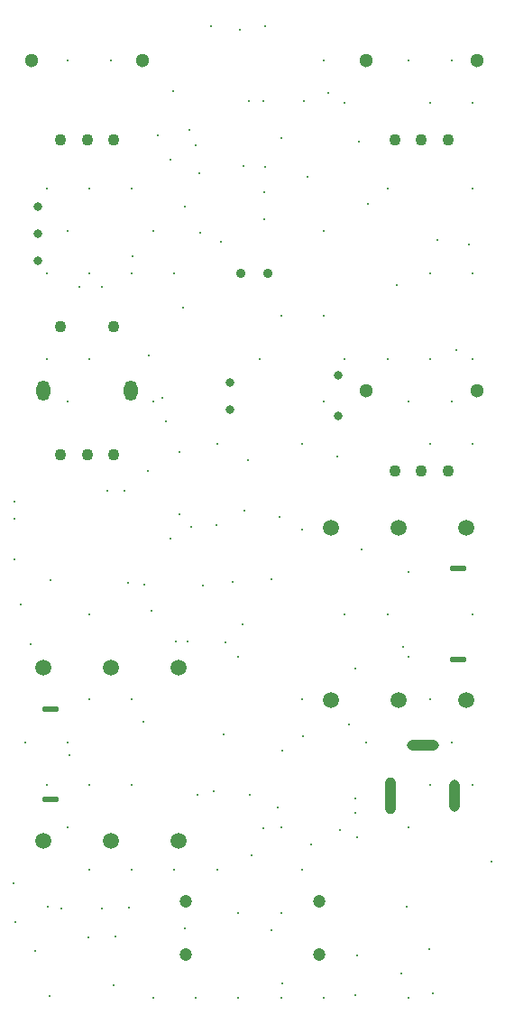
<source format=gbr>
%TF.GenerationSoftware,Altium Limited,Altium Designer,23.1.1 (15)*%
G04 Layer_Color=0*
%FSLAX26Y26*%
%MOIN*%
%TF.SameCoordinates,CF7A6AEE-9E07-4C1C-9DF4-B320C76D0393*%
%TF.FilePolarity,Positive*%
%TF.FileFunction,Plated,1,4,PTH,Drill*%
%TF.Part,Single*%
G01*
G75*
%TA.AperFunction,ComponentDrill*%
%ADD108C,0.043307*%
%ADD109O,0.051181X0.074803*%
%ADD110C,0.043307*%
%ADD111C,0.051181*%
%ADD112C,0.047244*%
%ADD113C,0.032000*%
%ADD114C,0.035000*%
%ADD115C,0.059055*%
%ADD116O,0.062992X0.019685*%
%ADD117O,0.039370X0.137795*%
%ADD118O,0.118110X0.039370*%
%ADD119O,0.039370X0.118110*%
%ADD120C,0.032000*%
%TA.AperFunction,ViaDrill,NotFilled*%
%ADD121C,0.011811*%
D108*
X366142Y2559055D02*
D03*
X169291D02*
D03*
D109*
X106299Y2322846D02*
D03*
X429134D02*
D03*
D110*
X366155Y2086614D02*
D03*
X267716D02*
D03*
X169304D02*
D03*
Y3248043D02*
D03*
X267729D02*
D03*
X366155D02*
D03*
X1405525D02*
D03*
X1503950D02*
D03*
X1602375D02*
D03*
Y2027571D02*
D03*
X1503950D02*
D03*
X1405525D02*
D03*
D111*
X472454Y3543319D02*
D03*
X63005D02*
D03*
X1708674D02*
D03*
X1299225D02*
D03*
Y2322846D02*
D03*
X1708674D02*
D03*
D112*
X631890Y437008D02*
D03*
Y240157D02*
D03*
X1124016D02*
D03*
Y437008D02*
D03*
D113*
X796063Y2253150D02*
D03*
Y2353150D02*
D03*
X1196063Y2378150D02*
D03*
Y2228150D02*
D03*
D114*
X935827Y2755905D02*
D03*
X835827D02*
D03*
D115*
X1167323Y1178543D02*
D03*
X1667323D02*
D03*
X1417323D02*
D03*
Y1817520D02*
D03*
X1667323D02*
D03*
X1167323D02*
D03*
X604331Y1299803D02*
D03*
X104331D02*
D03*
X354331D02*
D03*
Y660827D02*
D03*
X104331D02*
D03*
X604331D02*
D03*
D116*
X1637795Y1665354D02*
D03*
Y1330709D02*
D03*
X133858Y812992D02*
D03*
Y1147638D02*
D03*
D117*
X1389764Y826772D02*
D03*
D118*
X1507874Y1011811D02*
D03*
D119*
X1625984Y826772D02*
D03*
D120*
X86614Y2801575D02*
D03*
Y2901575D02*
D03*
Y3001575D02*
D03*
D121*
X1535433Y2440945D02*
D03*
X1614173Y2283464D02*
D03*
X984252Y708661D02*
D03*
X275590Y3070866D02*
D03*
X1220472Y1496063D02*
D03*
X1692913Y2125984D02*
D03*
X748031Y551181D02*
D03*
X118110Y866141D02*
D03*
X1456693Y1653543D02*
D03*
X1692913Y3070866D02*
D03*
X1264112Y673561D02*
D03*
X1535433Y2125984D02*
D03*
X1377952Y1496063D02*
D03*
X1456693Y1338582D02*
D03*
X1062992Y1811023D02*
D03*
X590551Y2755905D02*
D03*
X1692913Y1496063D02*
D03*
X984252Y2598425D02*
D03*
X1220472Y2440945D02*
D03*
X354330Y3543307D02*
D03*
X826771Y78740D02*
D03*
X196850Y2913385D02*
D03*
Y1023622D02*
D03*
X984252Y393701D02*
D03*
X826771D02*
D03*
X118110Y2440945D02*
D03*
X39370Y1023622D02*
D03*
X1141732Y2283464D02*
D03*
X1456693Y3543307D02*
D03*
X118110Y3070866D02*
D03*
X1456693Y2283464D02*
D03*
X1535433Y2755905D02*
D03*
X1141732Y2598425D02*
D03*
X196850Y708661D02*
D03*
X1141732Y78740D02*
D03*
X1062992Y2125984D02*
D03*
X433071Y866141D02*
D03*
X1377952Y2440945D02*
D03*
X433071Y3070866D02*
D03*
Y551181D02*
D03*
X511811Y78740D02*
D03*
X1456693D02*
D03*
X275590Y2755905D02*
D03*
X984252Y78740D02*
D03*
X1141732Y3543307D02*
D03*
X196850Y2283464D02*
D03*
X275590Y1496063D02*
D03*
X1535433Y1181102D02*
D03*
X511811Y2283464D02*
D03*
X1220472Y3385826D02*
D03*
X1062992Y551181D02*
D03*
X905511Y2440945D02*
D03*
X748031Y2125984D02*
D03*
X118110Y2755905D02*
D03*
X1456693Y708661D02*
D03*
X669291Y78740D02*
D03*
X1692913Y3385826D02*
D03*
X433071Y1181102D02*
D03*
X1614173Y3543307D02*
D03*
X1692913Y2755905D02*
D03*
X669291Y3228346D02*
D03*
X590551Y551181D02*
D03*
X275590Y1181102D02*
D03*
X1692913Y2440945D02*
D03*
X1614173Y1023622D02*
D03*
X1535433Y3385826D02*
D03*
X1692913Y866141D02*
D03*
X1141732Y2913385D02*
D03*
X1062992Y1181102D02*
D03*
X511811Y2913385D02*
D03*
X433071Y2755905D02*
D03*
X196850Y3543307D02*
D03*
X1377952Y3070866D02*
D03*
X1535433Y866141D02*
D03*
X275590D02*
D03*
X826771Y1338582D02*
D03*
X1299212Y1023622D02*
D03*
X275590Y2440945D02*
D03*
Y551181D02*
D03*
X622047Y2629921D02*
D03*
X1082181Y3113677D02*
D03*
X1763780Y582677D02*
D03*
X1449229Y417502D02*
D03*
X1531496Y259842D02*
D03*
X1264764Y235236D02*
D03*
X1429134Y169291D02*
D03*
X1547244Y94488D02*
D03*
X1200787Y700787D02*
D03*
X973493Y781104D02*
D03*
X-1968Y1913740D02*
D03*
X417323Y1611273D02*
D03*
X506813Y1507874D02*
D03*
X984252Y3255905D02*
D03*
X594488Y1397638D02*
D03*
X773622Y1051181D02*
D03*
X1259842Y763779D02*
D03*
X949016Y1625000D02*
D03*
X681102Y3125984D02*
D03*
X1259842Y90551D02*
D03*
X736221Y842520D02*
D03*
X1259842Y1295276D02*
D03*
X1283465Y1736220D02*
D03*
X1192913Y2078740D02*
D03*
X807149Y1617654D02*
D03*
X980056Y1854590D02*
D03*
X850394Y1878449D02*
D03*
X988189Y992126D02*
D03*
X1066929Y1047244D02*
D03*
X645669Y3287402D02*
D03*
X131496Y1623622D02*
D03*
X173228Y409449D02*
D03*
X371654Y304724D02*
D03*
X271654Y303150D02*
D03*
X421654Y414370D02*
D03*
X322835Y409449D02*
D03*
X1435039Y1375984D02*
D03*
X1236220Y1090551D02*
D03*
X843016Y1460134D02*
D03*
X629921Y334646D02*
D03*
X120840Y415861D02*
D03*
X127457Y85142D02*
D03*
X987693Y134354D02*
D03*
X948819Y330709D02*
D03*
X-3937Y503937D02*
D03*
X3937Y358268D02*
D03*
X77165Y253543D02*
D03*
X200787Y976378D02*
D03*
X476378Y1098425D02*
D03*
X677165Y830709D02*
D03*
X1067323Y3393307D02*
D03*
X863061Y2066073D02*
D03*
X763779Y2874016D02*
D03*
X846457Y3153543D02*
D03*
X921260Y3055118D02*
D03*
Y2956693D02*
D03*
X547244Y2295276D02*
D03*
X1259842Y814961D02*
D03*
X925197Y3149606D02*
D03*
X587110Y3428638D02*
D03*
X527559Y3267716D02*
D03*
X574803Y3177165D02*
D03*
X575299Y1775094D02*
D03*
X694528Y1603720D02*
D03*
X1160066Y3421260D02*
D03*
X1271653Y3244095D02*
D03*
X1633858Y2472441D02*
D03*
X1680606Y2862701D02*
D03*
X724409Y3669291D02*
D03*
X866142Y3393701D02*
D03*
X917323D02*
D03*
X925197Y3669291D02*
D03*
X830709Y3657480D02*
D03*
X1413386Y2712598D02*
D03*
X1562992Y2877953D02*
D03*
X559055Y2208661D02*
D03*
X608858Y2095866D02*
D03*
X240157Y2704724D02*
D03*
X496063Y2452756D02*
D03*
X405016Y1952260D02*
D03*
X630417Y3003441D02*
D03*
X0Y1850394D02*
D03*
X685039Y2905512D02*
D03*
X1307087Y3011811D02*
D03*
X322835Y2704724D02*
D03*
X437008Y2818898D02*
D03*
X870079Y830709D02*
D03*
X1094488Y645669D02*
D03*
X366142Y125984D02*
D03*
X637795Y1397638D02*
D03*
X779528Y1393701D02*
D03*
X653543Y1818898D02*
D03*
X342520Y1952756D02*
D03*
X744095Y1826772D02*
D03*
X21654Y1531496D02*
D03*
X480315Y1606299D02*
D03*
X610236Y1866142D02*
D03*
X492126Y2027559D02*
D03*
X874016Y606299D02*
D03*
X917323Y704724D02*
D03*
X0Y1700787D02*
D03*
X59055Y1385827D02*
D03*
%TF.MD5,ae60fd816fbc7ac88316676d5b519939*%
M02*

</source>
